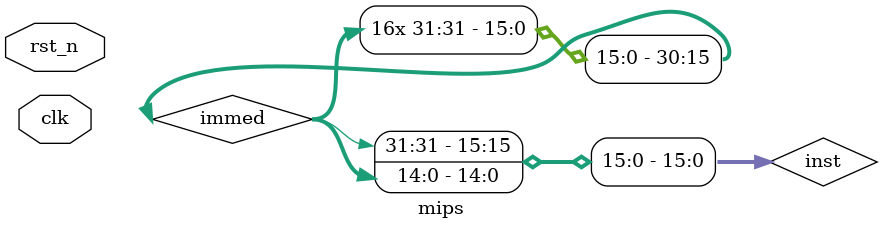
<source format=v>
module mips (
    input wire clk
,   input wire rst_n
);

    reg  [31:0] pc;  /* program counter */
    reg  [31:0] pc_next;
    wire [31:0] inst;
    reg  [31:0] immed;
    
    reg  [4:0]  wreg;
    reg  [31:0] wdata;
    wire [31:0] sdata;
    wire [31:0] tdata;

    wire [2:0]  op;
    reg  [31:0] alu_in1;
    reg  [31:0] alu_in2;
    wire [31:0] alu_out;
    wire        zero;

    wire [31:0] rdata;

    wire alu_src;
    wire alu_shift;
    wire branch;
    wire mem_to_reg;
    wire mem_write;
    wire reg_dst;
    wire reg_write;

    rom inst_mem (
        .addr  (pc)
    ,   .rdata (inst)
    );

    reg_file reg_file (
        .clk   (clk)
    ,   .rst_n (rst_n)
    ,   .write (reg_write)
    ,   .sreg  (inst[25:21])
    ,   .treg  (inst[20:16])
    ,   .wreg  (wreg)
    ,   .wdata (wdata)
    ,   .sdata (sdata)
    ,   .tdata (tdata)
    );

    alu alu (
        .op   (op)
    ,   .in1  (alu_in1)
    ,   .in2  (alu_in2)
    ,   .out  (alu_out)
    ,   .zero (zero)
    );

    control control (
        .opcode     (inst[31:26])
    ,   .funct      (inst[5:0])
    ,   .alu_op     (op)
    ,   .alu_src    (alu_src)
    ,   .alu_shift  (alu_shift)
    ,   .branch     (branch)
    ,   .mem_to_reg (mem_to_reg)
    ,   .mem_write  (mem_write)
    ,   .reg_dst    (reg_dst)
    ,   .reg_write  (reg_write)
    );
    
    mem mem (
        .clk   (clk)
    ,   .rst_n (rst_n)
    ,   .raddr (alu_out)
    ,   .rdata (rdata)
    ,   .write (mem_write)
    ,   .waddr (alu_out)
    ,   .wdata (tdata)
    );

    always @(posedge clk) begin
        if (~rst_n) begin
            pc <= 32'h0;
        end else begin
            pc <= pc_next;
        end
    end

    always @* begin
        pc_next = pc + 4 + ((branch & zero)? immed << 2 : 0);
        immed = {{16{inst[15]}}, inst[15:0]};  /* sign extended */
        wreg = reg_dst ? inst[15:11] : inst[20:16];
        wdata = mem_to_reg ? rdata : alu_out;
        alu_in1 = alu_shift ? inst[10:6] : sdata;
        alu_in2 = alu_src ? immed : tdata;  /* sign extend */
    end

endmodule

</source>
